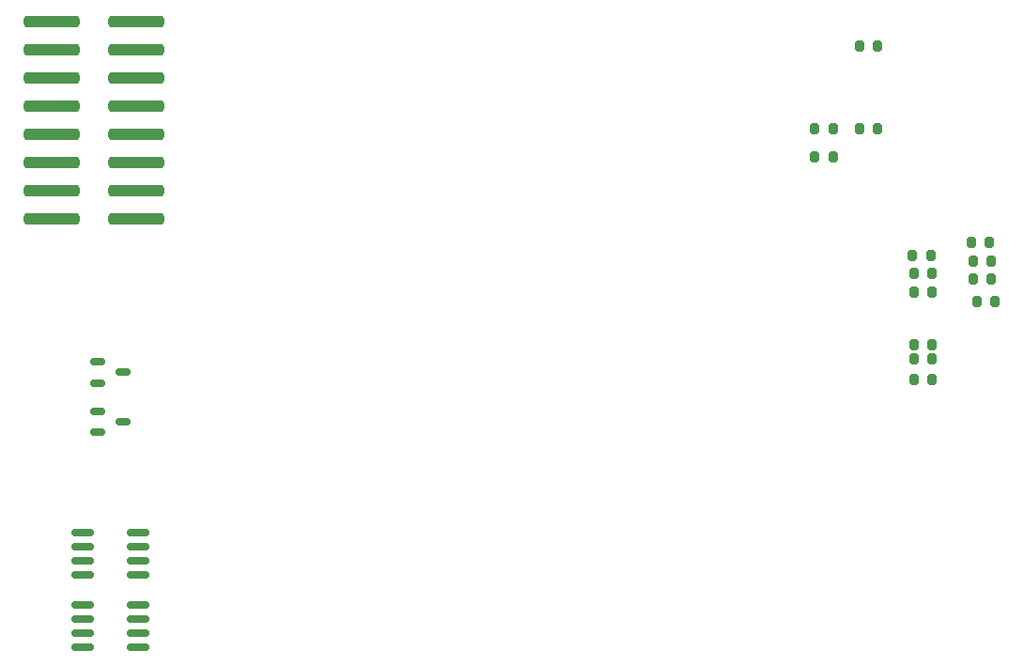
<source format=gbr>
%TF.GenerationSoftware,KiCad,Pcbnew,7.0.1*%
%TF.CreationDate,2023-04-03T10:55:15-07:00*%
%TF.ProjectId,transistor_vca,7472616e-7369-4737-946f-725f7663612e,rev?*%
%TF.SameCoordinates,Original*%
%TF.FileFunction,Paste,Top*%
%TF.FilePolarity,Positive*%
%FSLAX46Y46*%
G04 Gerber Fmt 4.6, Leading zero omitted, Abs format (unit mm)*
G04 Created by KiCad (PCBNEW 7.0.1) date 2023-04-03 10:55:15*
%MOMM*%
%LPD*%
G01*
G04 APERTURE LIST*
G04 Aperture macros list*
%AMRoundRect*
0 Rectangle with rounded corners*
0 $1 Rounding radius*
0 $2 $3 $4 $5 $6 $7 $8 $9 X,Y pos of 4 corners*
0 Add a 4 corners polygon primitive as box body*
4,1,4,$2,$3,$4,$5,$6,$7,$8,$9,$2,$3,0*
0 Add four circle primitives for the rounded corners*
1,1,$1+$1,$2,$3*
1,1,$1+$1,$4,$5*
1,1,$1+$1,$6,$7*
1,1,$1+$1,$8,$9*
0 Add four rect primitives between the rounded corners*
20,1,$1+$1,$2,$3,$4,$5,0*
20,1,$1+$1,$4,$5,$6,$7,0*
20,1,$1+$1,$6,$7,$8,$9,0*
20,1,$1+$1,$8,$9,$2,$3,0*%
G04 Aperture macros list end*
%ADD10RoundRect,0.200000X-0.200000X-0.275000X0.200000X-0.275000X0.200000X0.275000X-0.200000X0.275000X0*%
%ADD11RoundRect,0.150000X-0.825000X-0.150000X0.825000X-0.150000X0.825000X0.150000X-0.825000X0.150000X0*%
%ADD12RoundRect,0.150000X-0.512500X-0.150000X0.512500X-0.150000X0.512500X0.150000X-0.512500X0.150000X0*%
%ADD13RoundRect,0.255000X-2.245000X-0.255000X2.245000X-0.255000X2.245000X0.255000X-2.245000X0.255000X0*%
G04 APERTURE END LIST*
D10*
%TO.C,R14*%
X113819002Y-58039000D03*
X115469002Y-58039000D03*
%TD*%
%TO.C,R4*%
X99737500Y-47830000D03*
X101387500Y-47830000D03*
%TD*%
D11*
%TO.C,U2*%
X33782000Y-90678000D03*
X33782000Y-91948000D03*
X33782000Y-93218000D03*
X33782000Y-94488000D03*
X38732000Y-94488000D03*
X38732000Y-93218000D03*
X38732000Y-91948000D03*
X38732000Y-90678000D03*
%TD*%
D10*
%TO.C,R5*%
X99737500Y-50340000D03*
X101387500Y-50340000D03*
%TD*%
%TO.C,R12*%
X108649000Y-70358000D03*
X110299000Y-70358000D03*
%TD*%
%TO.C,R3*%
X108649000Y-62484000D03*
X110299000Y-62484000D03*
%TD*%
%TO.C,R11*%
X108649000Y-68553000D03*
X110299000Y-68553000D03*
%TD*%
%TO.C,R7*%
X113983000Y-61341000D03*
X115633000Y-61341000D03*
%TD*%
%TO.C,R1*%
X108649000Y-60833000D03*
X110299000Y-60833000D03*
%TD*%
D12*
%TO.C,Q1*%
X35119500Y-68795000D03*
X35119500Y-70695000D03*
X37394500Y-69745000D03*
%TD*%
D10*
%TO.C,R8*%
X113983000Y-59690000D03*
X115633000Y-59690000D03*
%TD*%
D13*
%TO.C,J1*%
X31008000Y-38100000D03*
X38608000Y-38100000D03*
X31008000Y-40640000D03*
X38608000Y-40640000D03*
X31008000Y-43180000D03*
X38608000Y-43180000D03*
X31008000Y-45720000D03*
X38608000Y-45720000D03*
X31008000Y-48260000D03*
X38608000Y-48260000D03*
X31008000Y-50800000D03*
X38608000Y-50800000D03*
X31008000Y-53340000D03*
X38608000Y-53340000D03*
X31008000Y-55880000D03*
X38608000Y-55880000D03*
%TD*%
D10*
%TO.C,R6*%
X103747500Y-40300000D03*
X105397500Y-40300000D03*
%TD*%
D12*
%TO.C,Q2*%
X35119500Y-73245000D03*
X35119500Y-75145000D03*
X37394500Y-74195000D03*
%TD*%
D11*
%TO.C,U1*%
X33782000Y-84228000D03*
X33782000Y-85498000D03*
X33782000Y-86768000D03*
X33782000Y-88038000D03*
X38732000Y-88038000D03*
X38732000Y-86768000D03*
X38732000Y-85498000D03*
X38732000Y-84228000D03*
%TD*%
D10*
%TO.C,R10*%
X108649000Y-67283000D03*
X110299000Y-67283000D03*
%TD*%
%TO.C,R2*%
X108558998Y-59182000D03*
X110208998Y-59182000D03*
%TD*%
%TO.C,R13*%
X114327002Y-63373000D03*
X115977002Y-63373000D03*
%TD*%
%TO.C,R9*%
X103747500Y-47830000D03*
X105397500Y-47830000D03*
%TD*%
M02*

</source>
